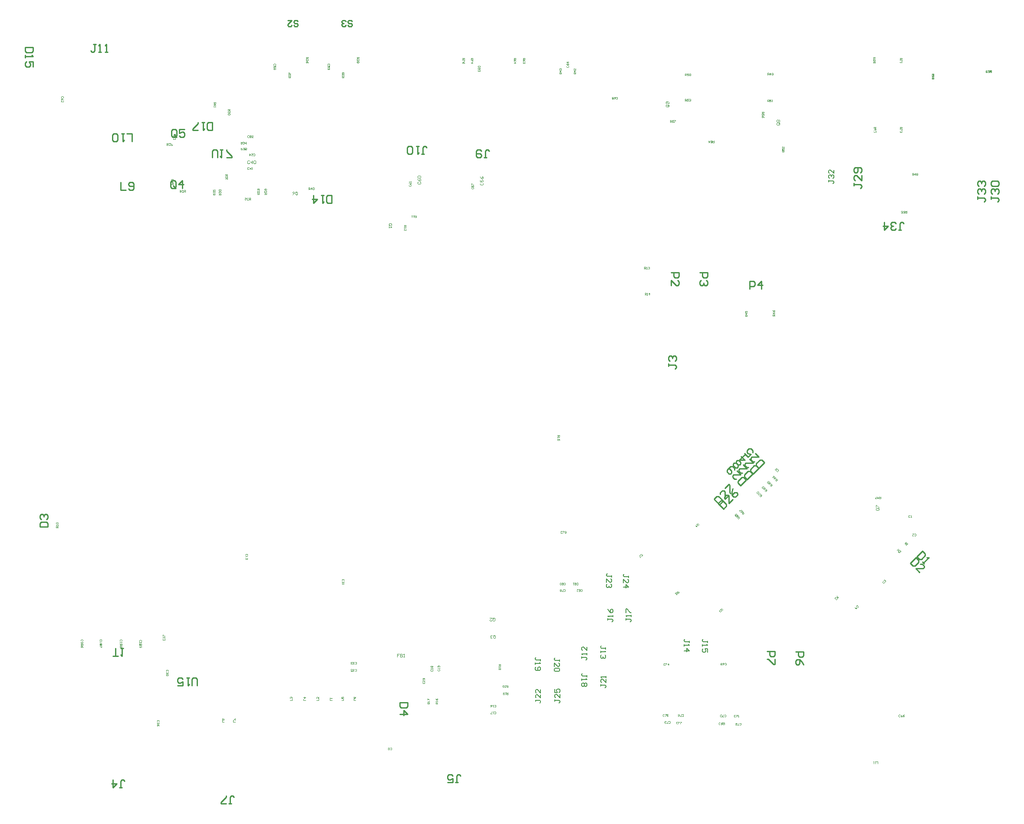
<source format=gbr>
%FSTAX23Y23*%
%MOIN*%
%SFA1B1*%

%IPPOS*%
%ADD204C,0.010000*%
%ADD205C,0.003937*%
%ADD210C,0.005906*%
%ADD310C,0.009055*%
%LNsyncbox_mechanical_29-1*%
%LPD*%
G54D204*
X01151Y05949D02*
X01131D01*
X01141*
Y05899*
X01131Y05889*
X01121*
X01111Y05899*
X01171Y05889D02*
X01191D01*
X01181*
Y05949*
X01171Y05939*
X01221Y05889D02*
X01241D01*
X01231*
Y05949*
X01221Y05939*
X06306Y01285D02*
X06366D01*
Y01255*
X06356Y01245*
X06336*
X06326Y01255*
Y01285*
X06366Y01225D02*
Y01185D01*
X06356*
X06316Y01225*
X06306*
X06525Y01283D02*
X06585D01*
Y01253*
X06575Y01243*
X06555*
X06545Y01253*
Y01283*
X06585Y01183D02*
X06575Y01203D01*
X06555Y01223*
X06535*
X06525Y01213*
Y01193*
X06535Y01183*
X06545*
X06555Y01193*
Y01223*
X0579Y04195D02*
X0585D01*
Y04165*
X0584Y04155*
X0582*
X0581Y04165*
Y04195*
X0584Y04135D02*
X0585Y04125D01*
Y04105*
X0584Y04095*
X0583*
X0582Y04105*
Y04115*
Y04105*
X0581Y04095*
X058*
X0579Y04105*
Y04125*
X058Y04135*
X05569Y04195D02*
X05629D01*
Y04165*
X05619Y04155*
X05599*
X05589Y04165*
Y04195*
X05569Y04095D02*
Y04135D01*
X05609Y04095*
X05619*
X05629Y04105*
Y04125*
X05619Y04135*
X06171Y04068D02*
Y04128D01*
X06201*
X06211Y04118*
Y04098*
X06201Y04088*
X06171*
X06261Y04068D02*
Y04128D01*
X06231Y04098*
X06271*
X05548Y03494D02*
Y03474D01*
Y03484*
X05598*
X05608Y03474*
Y03464*
X05598Y03454*
X05558Y03514D02*
X05548Y03524D01*
Y03544*
X05558Y03554*
X05568*
X05578Y03544*
Y03534*
Y03544*
X05588Y03554*
X05598*
X05608Y03544*
Y03524*
X05598Y03514*
X02046Y05077D02*
Y05127D01*
X02056Y05137*
X02076*
X02086Y05127*
Y05077*
X02106Y05137D02*
X02126D01*
X02116*
Y05077*
X02106Y05087*
X02156Y05077D02*
X02196D01*
Y05087*
X02156Y05127*
Y05137*
X01428Y05202D02*
Y05262D01*
X01388*
X01368D02*
X01348D01*
X01358*
Y05202*
X01368Y05212*
X01318D02*
X01308Y05202D01*
X01288*
X01278Y05212*
Y05252*
X01288Y05262*
X01308*
X01318Y05252*
Y05212*
X01341Y04887D02*
Y04827D01*
X01381*
X01401Y04837D02*
X01411Y04827D01*
X01431*
X01441Y04837*
Y04877*
X01431Y04887*
X01411*
X01401Y04877*
Y04867*
X01411Y04857*
X01441*
X00721Y0224D02*
X00781D01*
Y02269*
X00771Y02279*
X00731*
X00721Y02269*
Y0224*
X00731Y02299D02*
X00721Y02309D01*
Y02329*
X00731Y02339*
X00741*
X00751Y02329*
Y02319*
Y02329*
X00761Y02339*
X00771*
X00781Y02329*
Y02309*
X00771Y02299*
X06104Y02558D02*
X06147Y026D01*
X06126Y02621*
X06111*
X06083Y02593*
Y02579*
X06104Y02558*
X06076Y02671D02*
X06104Y02642D01*
X06048*
X06041Y02635*
Y02621*
X06055Y02607*
X06069*
X06055Y02678D02*
Y02692D01*
X06041Y02706*
X06027*
X05998Y02678*
Y02664*
X06012Y02649*
X06027*
X06034Y02657*
Y02671*
X06012Y02692*
X06153Y02604D02*
X06195Y02647D01*
X06174Y02668*
X0616*
X06131Y0264*
Y02626*
X06153Y02604*
X06124Y02717D02*
X06153Y02689D01*
X06096*
X06089Y02682*
Y02668*
X06103Y02654*
X06117*
X06075Y02696D02*
X06061D01*
X06047Y0271*
Y02724*
X06054Y02732*
X06068*
Y02746*
X06075Y02753*
X06089*
X06103Y02739*
Y02724*
X06096Y02717*
X06082*
Y02703*
X06075Y02696*
X06082Y02717D02*
X06068Y02732D01*
X05898Y02455D02*
X0594Y02412D01*
X05961Y02433*
Y02448*
X05933Y02476*
X05919*
X05898Y02455*
X06011Y02483D02*
X05982Y02455D01*
Y02511*
X05975Y02518*
X05961*
X05947Y02504*
Y0249*
X05982Y02539D02*
X06011Y02568D01*
X06018Y02561*
Y02504*
X06025Y02497*
X05929Y02421D02*
X05972Y02379D01*
X05993Y024*
Y02414*
X05965Y02443*
X05951*
X05929Y02421*
X06042Y0245D02*
X06014Y02421D01*
Y02478*
X06007Y02485*
X05993*
X05979Y02471*
Y02457*
X06042Y02535D02*
X06035Y02513D01*
Y02485*
X06049Y02471*
X06064*
X06078Y02485*
Y02499*
X06071Y02506*
X06057*
X06035Y02485*
X06244Y02693D02*
X06287Y02735D01*
X06266Y02756*
X06251*
X06223Y02728*
Y02714*
X06244Y02693*
X06216Y02806D02*
X06244Y02777D01*
X06188*
X06181Y0277*
Y02756*
X06195Y02742*
X06209*
X06131Y02806D02*
X0616Y02777D01*
X06181Y02799*
X0616Y02806*
X06152Y02813*
Y02827*
X06167Y02841*
X06181*
X06195Y02827*
Y02813*
X06199Y02648D02*
X06242Y0269D01*
X06221Y02711*
X06206*
X06178Y02683*
Y02669*
X06199Y02648*
X06171Y02761D02*
X06199Y02732D01*
X06143*
X06136Y02725*
Y02711*
X0615Y02697*
X06164*
X06136Y02796D02*
X06093Y02754D01*
X06136*
X06107Y02782*
X02964Y04729D02*
Y04789D01*
X02934*
X02924Y04779*
Y04739*
X02934Y04729*
X02964*
X02904Y04789D02*
X02884D01*
X02894*
Y04729*
X02904Y04739*
X02824Y04789D02*
Y04729D01*
X02854Y04759*
X02814*
X07448Y02004D02*
X07405Y01962D01*
X07426Y01941*
X07441*
X07469Y01969*
Y01983*
X07448Y02004*
X07476Y01891D02*
X07448Y0192D01*
X07504*
X07511Y01927*
Y01941*
X07497Y01955*
X07483*
X07498Y02056D02*
X07456Y02013D01*
X07477Y01992*
X07491*
X0752Y0202*
Y02034*
X07498Y02056*
Y01971D02*
X07513Y01957D01*
X07505Y01964*
X07548Y02006*
X07534*
X02045Y05289D02*
Y05349D01*
X02015*
X02005Y05339*
Y05299*
X02015Y05289*
X02045*
X01985Y05349D02*
X01965D01*
X01975*
Y05289*
X01985Y05299*
X01935Y05289D02*
X01895D01*
Y05299*
X01935Y05339*
Y05349*
X03653Y05104D02*
X03673D01*
X03663*
Y05154*
X03673Y05164*
X03683*
X03693Y05154*
X03633Y05164D02*
X03613D01*
X03623*
Y05104*
X03633Y05114*
X03583D02*
X03573Y05104D01*
X03553*
X03543Y05114*
Y05154*
X03553Y05164*
X03573*
X03583Y05154*
Y05114*
X04133Y05079D02*
X04153D01*
X04143*
Y05129*
X04153Y05139*
X04163*
X04173Y05129*
X04113D02*
X04103Y05139D01*
X04083*
X04073Y05129*
Y05089*
X04083Y05079*
X04103*
X04113Y05089*
Y05099*
X04103Y05109*
X04073*
X07317Y04521D02*
X07337D01*
X07327*
Y04571*
X07337Y04581*
X07347*
X07357Y04571*
X07297Y04531D02*
X07287Y04521D01*
X07267*
X07257Y04531*
Y04541*
X07267Y04551*
X07277*
X07267*
X07257Y04561*
Y04571*
X07267Y04581*
X07287*
X07297Y04571*
X07207Y04581D02*
Y04521D01*
X07237Y04551*
X07197*
X07921Y04777D02*
Y04757D01*
Y04767*
X07971*
X07981Y04757*
Y04747*
X07971Y04737*
X07931Y04797D02*
X07921Y04807D01*
Y04827*
X07931Y04837*
X07941*
X07951Y04827*
Y04817*
Y04827*
X07961Y04837*
X07971*
X07981Y04827*
Y04807*
X07971Y04797*
X07931Y04857D02*
X07921Y04867D01*
Y04887*
X07931Y04897*
X07941*
X07951Y04887*
Y04877*
Y04887*
X07961Y04897*
X07971*
X07981Y04887*
Y04867*
X07971Y04857*
X08026Y04777D02*
Y04757D01*
Y04767*
X08076*
X08086Y04757*
Y04747*
X08076Y04737*
X08036Y04797D02*
X08026Y04807D01*
Y04827*
X08036Y04837*
X08046*
X08056Y04827*
Y04817*
Y04827*
X08066Y04837*
X08076*
X08086Y04827*
Y04807*
X08076Y04797*
X08036Y04857D02*
X08026Y04867D01*
Y04887*
X08036Y04897*
X08076*
X08086Y04887*
Y04867*
X08076Y04857*
X08036*
X06971Y04882D02*
Y04862D01*
Y04872*
X07021*
X07031Y04862*
Y04852*
X07021Y04842*
X07031Y04942D02*
Y04902D01*
X06991Y04942*
X06981*
X06971Y04932*
Y04912*
X06981Y04902*
X07021Y04962D02*
X07031Y04972D01*
Y04992*
X07021Y05002*
X06981*
X06971Y04992*
Y04972*
X06981Y04962*
X06991*
X07001Y04972*
Y05002*
X01928Y01021D02*
Y01071D01*
X01918Y01081*
X01898*
X01888Y01071*
Y01021*
X01868Y01081D02*
X01848D01*
X01858*
Y01021*
X01868Y01031*
X01778Y01021D02*
X01818D01*
Y01051*
X01798Y01041*
X01788*
X01778Y01051*
Y01071*
X01788Y01081*
X01808*
X01818Y01071*
X01771Y05246D02*
Y05286D01*
X01761Y05296*
X01741*
X01731Y05286*
Y05246*
X01741Y05236*
X01761*
X01751Y05256D02*
X01771Y05236D01*
X01761D02*
X01771Y05246D01*
X01831Y05296D02*
X01791D01*
Y05266*
X01811Y05276*
X01821*
X01831Y05266*
Y05246*
X01821Y05236*
X01801*
X01791Y05246*
X01766Y04851D02*
Y04891D01*
X01756Y04901*
X01736*
X01726Y04891*
Y04851*
X01736Y04841*
X01756*
X01746Y04861D02*
X01766Y04841D01*
X01756D02*
X01766Y04851D01*
X01816Y04841D02*
Y04901D01*
X01786Y04871*
X01826*
X01334Y00237D02*
X01354D01*
X01344*
Y00287*
X01354Y00297*
X01364*
X01374Y00287*
X01284Y00297D02*
Y00237D01*
X01314Y00267*
X01274*
X01284Y01247D02*
X01324D01*
X01304*
Y01307*
X01344D02*
X01364D01*
X01354*
Y01247*
X01344Y01257*
X02174Y00114D02*
X02194D01*
X02184*
Y00164*
X02194Y00174*
X02204*
X02214Y00164*
X02154Y00114D02*
X02114D01*
Y00124*
X02154Y00164*
Y00174*
X03914Y00277D02*
X03934D01*
X03924*
Y00327*
X03934Y00337*
X03944*
X03954Y00327*
X03854Y00277D02*
X03894D01*
Y00307*
X03874Y00297*
X03864*
X03854Y00307*
Y00327*
X03864Y00337*
X03884*
X03894Y00327*
X00668Y05926D02*
X00608D01*
Y05896*
X00618Y05886*
X00658*
X00668Y05896*
Y05926*
X00608Y05866D02*
Y05846D01*
Y05856*
X00668*
X00658Y05866*
X00668Y05776D02*
Y05816D01*
X00638*
X00648Y05796*
Y05786*
X00638Y05776*
X00618*
X00608Y05786*
Y05806*
X00618Y05816*
X03547Y00891D02*
X03487D01*
Y00861*
X03497Y00851*
X03537*
X03547Y00861*
Y00891*
X03487Y00801D02*
X03547D01*
X03517Y00831*
Y00791*
G54D205*
X05547Y05483D02*
X05532D01*
X05528Y0548*
Y05472*
X05532Y05468*
X05547*
X05551Y05472*
Y0548*
X05543Y05476D02*
X05551Y05483D01*
Y0548D02*
X05547Y05483D01*
Y05491D02*
X05551Y05495D01*
Y05503*
X05547Y05507*
X05532*
X05528Y05503*
Y05495*
X05532Y05491*
X05536*
X0554Y05495*
Y05507*
X03405Y04555D02*
X0342D01*
X03424Y04558*
Y04566*
X0342Y0457*
X03405*
X03401Y04566*
Y04558*
X03409Y04562D02*
X03401Y04555D01*
Y04558D02*
X03405Y04555D01*
X03401Y04547D02*
Y04539D01*
Y04543*
X03424*
X0342Y04547*
X064Y05344D02*
X06384D01*
X0638Y0534*
Y05332*
X06384Y05328*
X064*
X06404Y05332*
Y0534*
X06396Y05336D02*
X06404Y05344D01*
Y0534D02*
X064Y05344D01*
X06384Y05352D02*
X0638Y05356D01*
Y05364*
X06384Y05368*
X06388*
X06392Y05364*
X06396Y05368*
X064*
X06404Y05364*
Y05356*
X064Y05352*
X06396*
X06392Y05356*
X06388Y05352*
X06384*
X06392Y05356D02*
Y05364D01*
X07162Y02384D02*
X07147D01*
X07143Y02381*
Y02373*
X07147Y02369*
X07162*
X07166Y02373*
Y02381*
X07158Y02377D02*
X07166Y02384D01*
Y02381D02*
X07162Y02384D01*
X07143Y02392D02*
Y02408D01*
X07147*
X07162Y02392*
X07166*
X02685Y04812D02*
Y04797D01*
X02688Y04793*
X02696*
X027Y04797*
Y04812*
X02696Y04816*
X02688*
X02692Y04808D02*
X02685Y04816D01*
X02688D02*
X02685Y04812D01*
X02661Y04793D02*
X02669Y04797D01*
X02677Y04805*
Y04812*
X02673Y04816*
X02665*
X02661Y04812*
Y04808*
X02665Y04805*
X02677*
X04205Y01404D02*
Y01388D01*
X04208Y01384*
X04216*
X0422Y01388*
Y01404*
X04216Y01408*
X04208*
X04212Y014D02*
X04205Y01408D01*
X04208D02*
X04205Y01404D01*
X04197Y01388D02*
X04193Y01384D01*
X04185*
X04181Y01388*
Y01392*
X04185Y01396*
X04189*
X04185*
X04181Y014*
Y01404*
X04185Y01408*
X04193*
X04197Y01404*
X04199Y01536D02*
Y01521D01*
X04203Y01517*
X04211*
X04215Y01521*
Y01536*
X04211Y0154*
X04203*
X04207Y01532D02*
X04199Y0154D01*
X04203D02*
X04199Y01536D01*
X04175Y0154D02*
X04191D01*
X04175Y01524*
Y01521*
X04179Y01517*
X04187*
X04191Y01521*
X07156Y00423D02*
Y00438D01*
X07146*
X07141D02*
X07135D01*
X07138*
Y00423*
X07141Y00425*
X07127Y00438D02*
X07122D01*
X07125*
Y00423*
X07127Y00425*
X02136Y0074D02*
X02121D01*
Y00751*
X02134Y00756D02*
X02136Y00759D01*
Y00764*
X02134Y00767*
X02131*
X02128Y00764*
X02126Y00767*
X02123*
X02121Y00764*
Y00759*
X02123Y00756*
X02126*
X02128Y00759*
X02131Y00756*
X02134*
X02128Y00759D02*
Y00764D01*
X02221Y0074D02*
X02206D01*
Y00751*
X02221Y00756D02*
Y00767D01*
X02219*
X02208Y00756*
X02206*
X03146Y00908D02*
X03131D01*
Y00918*
X03146Y00934D02*
X03144Y00929D01*
X03138Y00923*
X03133*
X03131Y00926*
Y00931*
X03133Y00934*
X03136*
X03138Y00931*
Y00923*
X03038Y00908D02*
X03054D01*
Y00918*
X03038Y00934D02*
Y00923D01*
X03046*
X03044Y00929*
Y00931*
X03046Y00934*
X03052*
X03054Y00931*
Y00926*
X03052Y00923*
X02761Y00908D02*
X02746D01*
Y00918*
Y00931D02*
X02761D01*
X02753Y00923*
Y00934*
X02643Y00908D02*
X02658D01*
Y00918*
X02645Y00923D02*
X02643Y00926D01*
Y00931*
X02645Y00934*
X02648*
X02651Y00931*
Y00929*
Y00931*
X02653Y00934*
X02656*
X02658Y00931*
Y00926*
X02656Y00923*
X02847Y00908D02*
X02863D01*
Y00918*
Y00934D02*
Y00923D01*
X02852Y00934*
X0285*
X02847Y00931*
Y00926*
X0285Y00923*
X02966Y00908D02*
X0295D01*
Y00918*
Y00923D02*
Y00929D01*
Y00926*
X02966*
X02963Y00923*
X04245Y01184D02*
X0426D01*
Y01176*
X04258Y01174*
X04252*
X0425Y01176*
Y01184*
Y01179D02*
X04245Y01174D01*
Y01168D02*
Y01163D01*
Y01166*
X0426*
X04258Y01168*
Y01155D02*
X0426Y01153D01*
Y01148*
X04258Y01145*
X04255*
X04252Y01148*
X0425Y01145*
X04247*
X04245Y01148*
Y01153*
X04247Y01155*
X0425*
X04252Y01153*
X04255Y01155*
X04258*
X04252Y01153D02*
Y01148D01*
X03713Y00881D02*
X03698D01*
Y00889*
X037Y00891*
X03706*
X03708Y00889*
Y00881*
Y00886D02*
X03713Y00891D01*
Y00897D02*
Y00902D01*
Y00899*
X03698*
X037Y00897*
X03698Y0091D02*
Y0092D01*
X037*
X03711Y0091*
X03713*
X03777Y00882D02*
X03762D01*
Y0089*
X03764Y00892*
X0377*
X03772Y0089*
Y00882*
Y00887D02*
X03777Y00892D01*
Y00898D02*
Y00903D01*
Y009*
X03762*
X03764Y00898*
X03762Y00921D02*
X03764Y00916D01*
X0377Y00911*
X03775*
X03777Y00913*
Y00918*
X03775Y00921*
X03772*
X0377Y00918*
Y00911*
X04696Y02945D02*
X04711D01*
Y02937*
X04709Y02935*
X04703*
X04701Y02937*
Y02945*
Y0294D02*
X04696Y02935D01*
Y02929D02*
Y02924D01*
Y02927*
X04711*
X04709Y02929*
X04711Y02906D02*
Y02916D01*
X04703*
X04706Y02911*
Y02909*
X04703Y02906*
X04698*
X04696Y02909*
Y02914*
X04698Y02916*
X05368Y04023D02*
Y04038D01*
X05376*
X05378Y04036*
Y0403*
X05376Y04028*
X05368*
X05373D02*
X05378Y04023D01*
X05384D02*
X05389D01*
X05386*
Y04038*
X05384Y04036*
X05404Y04023D02*
Y04038D01*
X05397Y0403*
X05407*
X05364Y04223D02*
Y04238D01*
X05372*
X05374Y04236*
Y0423*
X05372Y04228*
X05364*
X05369D02*
X05374Y04223D01*
X0538D02*
X05385D01*
X05382*
Y04238*
X0538Y04236*
X05393D02*
X05395Y04238D01*
X054*
X05403Y04236*
Y04233*
X054Y0423*
X05398*
X054*
X05403Y04228*
Y04225*
X054Y04223*
X05395*
X05393Y04225*
X03518Y04557D02*
X03533D01*
Y04549*
X03531Y04547*
X03525*
X03523Y04549*
Y04557*
Y04552D02*
X03518Y04547D01*
Y04541D02*
Y04536D01*
Y04539*
X03533*
X03531Y04541*
X03518Y04518D02*
Y04528D01*
X03528Y04518*
X03531*
X03533Y04521*
Y04526*
X03531Y04528*
X03611Y04633D02*
Y04618D01*
X03603*
X036Y0462*
Y04626*
X03603Y04628*
X03611*
X03606D02*
X036Y04633D01*
X03595D02*
X0359D01*
X03593*
Y04618*
X03595Y0462*
X03582Y04633D02*
X03577D01*
X03579*
Y04618*
X03582Y0462*
X05611Y01719D02*
X056Y0173D01*
X05606Y01736*
X0561*
X05613Y01732*
Y01729*
X05608Y01723*
X05611Y01727D02*
X05619D01*
Y01749D02*
X05611Y01742D01*
X05617Y01736*
X05619Y01742*
X05621Y01743*
X05624*
X05628Y0174*
Y01736*
X05624Y01732*
X05621*
X05772Y02269D02*
X05783Y02258D01*
X05777Y02252*
X05773*
X0577Y02256*
Y02259*
X05775Y02265*
X05772Y02261D02*
X05764D01*
X05755Y02252D02*
X05766Y02241D01*
Y02252*
X05759Y02245*
X03967Y05843D02*
X03982D01*
Y05835*
X0398Y05833*
X03974*
X03972Y05835*
Y05843*
Y05838D02*
X03967Y05833D01*
X03982Y05827D02*
Y05817D01*
X0398*
X03969Y05827*
X03967*
X03982Y05801D02*
X0398Y05807D01*
X03974Y05812*
X03969*
X03967Y05809*
Y05804*
X03969Y05801*
X03972*
X03974Y05804*
Y05812*
X07572Y05681D02*
X07587D01*
Y05689*
X07585Y05692*
X07579*
X07577Y05689*
Y05681*
Y05686D02*
X07572Y05692D01*
X07587Y05697D02*
Y05707D01*
X07585*
X07574Y05697*
X07572*
X07587Y05723D02*
Y05713D01*
X07579*
X07582Y05718*
Y0572*
X07579Y05723*
X07574*
X07572Y0572*
Y05715*
X07574Y05713*
X04032Y05843D02*
X04047D01*
Y05835*
X04045Y05832*
X04039*
X04037Y05835*
Y05843*
Y05838D02*
X04032Y05832D01*
X04047Y05827D02*
Y05817D01*
X04045*
X04034Y05827*
X04032*
Y05804D02*
X04047D01*
X04039Y05811*
Y05801*
X07327Y05313D02*
X07342D01*
Y05305*
X0734Y05303*
X07334*
X07332Y05305*
Y05313*
Y05308D02*
X07327Y05303D01*
X07342Y05297D02*
Y05287D01*
X0734*
X07329Y05297*
X07327*
X0734Y05282D02*
X07342Y05279D01*
Y05274*
X0734Y05271*
X07337*
X07334Y05274*
Y05277*
Y05274*
X07332Y05271*
X07329*
X07327Y05274*
Y05279*
X07329Y05282*
X08028Y05732D02*
Y05747D01*
X0802*
X08017Y05745*
Y05739*
X0802Y05737*
X08028*
X08023D02*
X08017Y05732D01*
X08012Y05747D02*
X08002D01*
Y05745*
X08012Y05734*
Y05732*
X07986D02*
X07996D01*
X07986Y05742*
Y05745*
X07989Y05747*
X07994*
X07996Y05745*
X07327Y05843D02*
X07342D01*
Y05835*
X0734Y05833*
X07334*
X07332Y05835*
Y05843*
Y05838D02*
X07327Y05833D01*
X07342Y05827D02*
Y05817D01*
X0734*
X07329Y05827*
X07327*
Y05812D02*
Y05807D01*
Y05809*
X07342*
X0734Y05812*
X06266Y02484D02*
X06255Y02473D01*
X06249Y02479*
Y02483*
X06253Y02486*
X06256*
X06262Y02481*
X06258Y02484D02*
Y02492D01*
X06243Y02484D02*
X06236Y02492D01*
X06238Y02494*
X06253*
X06255Y02496*
X06234Y02497D02*
X0623D01*
X06227Y02501*
Y02505*
X06234Y02512*
X06238*
X06242Y02509*
Y02505*
X06234Y02497*
X06306Y02524D02*
X06295Y02513D01*
X06289Y02519*
Y02523*
X06293Y02526*
X06296*
X06302Y02521*
X06298Y02524D02*
Y02532D01*
X06276D02*
X06282Y0253D01*
X06289*
X06293Y02534*
Y02537*
X06289Y02541*
X06285*
X06283Y02539*
X06283Y02536*
X06289Y0253*
X06282Y02545D02*
Y02549D01*
X06278Y02552*
X06274*
X06267Y02545*
Y02541*
X0627Y02537*
X06274*
X06276Y02539*
Y02543*
X0627Y02549*
X06097Y02313D02*
X06086Y02302D01*
X0608Y02308*
Y02311*
X06084Y02315*
X06088*
X06093Y0231*
X06089Y02313D02*
Y02321D01*
X06067D02*
X06073Y02319D01*
X0608*
X06084Y02323*
Y02326*
X0608Y0233*
X06076*
X06075Y02328*
Y02324*
X0608Y02319*
X06065Y02326D02*
X06062D01*
X06058Y0233*
Y02334*
X0606Y02336*
X06063*
Y02339*
X06065Y02341*
X06069*
X06073Y02337*
Y02334*
X06071Y02332*
X06067*
Y02328*
X06065Y02326*
X06067Y02332D02*
X06063Y02336D01*
X06132Y02348D02*
X06121Y02337D01*
X06115Y02343*
Y02346*
X06119Y0235*
X06123*
X06128Y02345*
X06124Y02348D02*
Y02356D01*
X06102D02*
X06108Y02354D01*
X06115*
X06119Y02358*
Y02361*
X06115Y02365*
X06111*
X0611Y02363*
Y02359*
X06115Y02354*
X06098Y02359D02*
X06091Y02367D01*
X06093Y02369*
X06108*
X0611Y02371*
X06386Y02604D02*
X06375Y02593D01*
X06369Y02599*
Y02603*
X06373Y02606*
X06376*
X06382Y02601*
X06378Y02604D02*
Y02612D01*
X06356D02*
X06362Y0261D01*
X06369*
X06373Y02614*
Y02617*
X06369Y02621*
X06365*
X06363Y02619*
X06363Y02616*
X06369Y0261*
X06345Y02623D02*
X0635Y02621D01*
X06358*
X06362Y02625*
Y02629*
X06358Y02632*
X06354*
X06352Y0263*
Y02627*
X06358Y02621*
X06346Y02564D02*
X06335Y02553D01*
X06329Y02559*
Y02563*
X06333Y02566*
X06336*
X06342Y02561*
X06338Y02564D02*
Y02572D01*
X06316D02*
X06322Y0257D01*
X06329*
X06333Y02574*
Y02577*
X06329Y02581*
X06325*
X06323Y02579*
X06323Y02576*
X06329Y0257*
X06305Y02583D02*
X06312Y02576D01*
X06318Y02581*
X06312Y02583*
X0631Y02585*
Y02589*
X06314Y02592*
X06318*
X06322Y02589*
Y02585*
X04362Y05843D02*
X04377D01*
Y05835*
X04375Y05833*
X04369*
X04367Y05835*
Y05843*
Y05838D02*
X04362Y05833D01*
X04377Y05817D02*
X04375Y05822D01*
X04369Y05827*
X04364*
X04362Y05825*
Y0582*
X04364Y05817*
X04367*
X04369Y0582*
Y05827*
X04362Y05804D02*
X04377D01*
X04369Y05812*
Y05801*
X07587Y05681D02*
X07572D01*
Y05689*
X07574Y05691*
X0758*
X07582Y05689*
Y05681*
Y05686D02*
X07587Y05691D01*
X07572Y05707D02*
X07574Y05702D01*
X0758Y05697*
X07585*
X07587Y05699*
Y05704*
X07585Y05707*
X07582*
X0758Y05704*
Y05697*
X07587Y05712D02*
Y05717D01*
Y05715*
X07572*
X07574Y05712*
X07142Y05313D02*
X07127D01*
Y05305*
X07129Y05303*
X07135*
X07137Y05305*
Y05313*
Y05308D02*
X07142Y05303D01*
X07127Y05287D02*
X07129Y05292D01*
X07135Y05297*
X0714*
X07142Y05295*
Y0529*
X0714Y05287*
X07137*
X07135Y0529*
Y05297*
X07142Y05271D02*
Y05282D01*
X07132Y05271*
X07129*
X07127Y05274*
Y05279*
X07129Y05282*
X04432Y05843D02*
X04447D01*
Y05835*
X04445Y05833*
X04439*
X04437Y05835*
Y05843*
Y05838D02*
X04432Y05833D01*
X04447Y05817D02*
X04445Y05822D01*
X04439Y05827*
X04434*
X04432Y05825*
Y0582*
X04434Y05817*
X04437*
X04439Y0582*
Y05827*
X04445Y05812D02*
X04447Y05809D01*
Y05804*
X04445Y05801*
X04442*
X04439Y05804*
Y05807*
Y05804*
X04437Y05801*
X04434*
X04432Y05804*
Y05809*
X04434Y05812*
X08029Y05747D02*
Y05732D01*
X08021*
X08018Y05734*
Y0574*
X08021Y05742*
X08029*
X08023D02*
X08018Y05747D01*
X08002Y05732D02*
X08013D01*
Y0574*
X08008Y05737*
X08005*
X08002Y0574*
Y05745*
X08005Y05747*
X0801*
X08013Y05745*
X07997D02*
X07994Y05747D01*
X07989*
X07987Y05745*
Y05734*
X07989Y05732*
X07994*
X07997Y05734*
Y05737*
X07994Y0574*
X07987*
X07137Y05848D02*
X07122D01*
Y0584*
X07124Y05837*
X0713*
X07132Y0584*
Y05848*
Y05843D02*
X07137Y05837D01*
X07122Y05822D02*
Y05832D01*
X0713*
X07127Y05827*
Y05824*
X0713Y05822*
X07135*
X07137Y05824*
Y0583*
X07135Y05832*
X07124Y05816D02*
X07122Y05814D01*
Y05809*
X07124Y05806*
X07127*
X0713Y05809*
X07132Y05806*
X07135*
X07137Y05809*
Y05814*
X07135Y05816*
X07132*
X0713Y05814*
X07127Y05816*
X07124*
X0713Y05814D02*
Y05809D01*
X05562Y05349D02*
Y05364D01*
X0557*
X05572Y05362*
Y05356*
X0557Y05354*
X05562*
X05567D02*
X05572Y05349D01*
X05588Y05364D02*
X05578D01*
Y05356*
X05583Y05359*
X05585*
X05588Y05356*
Y05351*
X05585Y05349*
X0558*
X05578Y05351*
X05593Y05364D02*
X05604D01*
Y05362*
X05593Y05351*
Y05349*
X06267Y05428D02*
X06282D01*
Y0542*
X0628Y05418*
X06274*
X06272Y0542*
Y05428*
Y05423D02*
X06267Y05418D01*
X06282Y05402D02*
Y05412D01*
X06274*
X06277Y05407*
Y05405*
X06274Y05402*
X06269*
X06267Y05405*
Y0541*
X06269Y05412*
X06282Y05386D02*
X0628Y05392D01*
X06274Y05397*
X06269*
X06267Y05394*
Y05389*
X06269Y05386*
X06272*
X06274Y05389*
Y05397*
X07378Y04667D02*
Y04652D01*
X0737*
X07368Y04654*
Y0466*
X0737Y04662*
X07378*
X07373D02*
X07368Y04667D01*
X07352Y04652D02*
X07362D01*
Y0466*
X07357Y04657*
X07355*
X07352Y0466*
Y04665*
X07355Y04667*
X0736*
X07362Y04665*
X07336Y04652D02*
X07347D01*
Y0466*
X07342Y04657*
X07339*
X07336Y0466*
Y04665*
X07339Y04667*
X07344*
X07347Y04665*
X05898Y05207D02*
Y05192D01*
X0589*
X05887Y05194*
Y052*
X0589Y05202*
X05898*
X05893D02*
X05887Y05207D01*
X05872Y05192D02*
X05882D01*
Y052*
X05877Y05197*
X05874*
X05872Y052*
Y05205*
X05874Y05207*
X0588*
X05882Y05205*
X05859Y05207D02*
Y05192D01*
X05866Y052*
X05856*
X05676Y05512D02*
Y05527D01*
X05684*
X05686Y05525*
Y05519*
X05684Y05517*
X05676*
X05681D02*
X05686Y05512D01*
X05702Y05527D02*
X05692D01*
Y05519*
X05697Y05522*
X05699*
X05702Y05519*
Y05514*
X05699Y05512*
X05694*
X05692Y05514*
X05707Y05525D02*
X0571Y05527D01*
X05715*
X05718Y05525*
Y05522*
X05715Y05519*
X05712*
X05715*
X05718Y05517*
Y05514*
X05715Y05512*
X0571*
X05707Y05514*
X06437Y0512D02*
X06422D01*
Y05128*
X06424Y05131*
X0643*
X06432Y05128*
Y0512*
Y05126D02*
X06437Y05131D01*
X06422Y05147D02*
Y05136D01*
X0643*
X06427Y05141*
Y05144*
X0643Y05147*
X06435*
X06437Y05144*
Y05139*
X06435Y05136*
X06437Y05162D02*
Y05152D01*
X06427Y05162*
X06424*
X06422Y0516*
Y05155*
X06424Y05152*
X0631Y05507D02*
Y05522D01*
X06318*
X06321Y0552*
Y05514*
X06318Y05512*
X0631*
X06316D02*
X06321Y05507D01*
X06337Y05522D02*
X06326D01*
Y05514*
X06331Y05517*
X06334*
X06337Y05514*
Y05509*
X06334Y05507*
X06329*
X06326Y05509*
X06342Y05507D02*
X06347D01*
X06345*
Y05522*
X06342Y0552*
X05676Y05707D02*
Y05722D01*
X05684*
X05687Y0572*
Y05714*
X05684Y05712*
X05676*
X05681D02*
X05687Y05707D01*
X05702Y05722D02*
X05692D01*
Y05714*
X05697Y05717*
X057*
X05702Y05714*
Y05709*
X057Y05707*
X05694*
X05692Y05709*
X05708Y0572D02*
X0571Y05722D01*
X05715*
X05718Y0572*
Y05709*
X05715Y05707*
X0571*
X05708Y05709*
Y0572*
X0631Y05712D02*
Y05727D01*
X06318*
X06321Y05725*
Y05719*
X06318Y05717*
X0631*
X06316D02*
X06321Y05712D01*
X06334D02*
Y05727D01*
X06326Y05719*
X06337*
X06342Y05714D02*
X06345Y05712D01*
X0635*
X06352Y05714*
Y05725*
X0635Y05727*
X06345*
X06342Y05725*
Y05722*
X06345Y05719*
X06352*
X07421Y04942D02*
Y04957D01*
X07429*
X07432Y04955*
Y04949*
X07429Y04947*
X07421*
X07426D02*
X07432Y04942D01*
X07445D02*
Y04957D01*
X07437Y04949*
X07447*
X07453Y04955D02*
X07455Y04957D01*
X0746*
X07463Y04955*
Y04952*
X0746Y04949*
X07463Y04947*
Y04944*
X0746Y04942*
X07455*
X07453Y04944*
Y04947*
X07455Y04949*
X07453Y04952*
Y04955*
X07455Y04949D02*
X0746D01*
X07178Y02472D02*
Y02457D01*
X0717*
X07167Y02459*
Y02465*
X0717Y02467*
X07178*
X07173D02*
X07167Y02472D01*
X07154D02*
Y02457D01*
X07162Y02465*
X07152*
X07146Y02457D02*
X07136D01*
Y02459*
X07146Y0247*
Y02472*
X04727Y0572D02*
X04712D01*
Y05728*
X04714Y05731*
X0472*
X04722Y05728*
Y0572*
Y05726D02*
X04727Y05731D01*
Y05744D02*
X04712D01*
X0472Y05736*
Y05747*
X04714Y05752D02*
X04712Y05755D01*
Y0576*
X04714Y05762*
X04717*
X0472Y0576*
Y05757*
Y0576*
X04722Y05762*
X04725*
X04727Y0576*
Y05755*
X04725Y05752*
X06365Y03863D02*
X0635D01*
Y03871*
X06352Y03873*
X06358*
X0636Y03871*
Y03863*
Y03868D02*
X06365Y03873D01*
Y03886D02*
X0635D01*
X06358Y03879*
Y03889*
X0635Y03905D02*
X06352Y03899D01*
X06358Y03894*
X06363*
X06365Y03897*
Y03902*
X06363Y03905*
X0636*
X06358Y03902*
Y03894*
X06153Y03857D02*
X06138D01*
Y03865*
X0614Y03867*
X06146*
X06148Y03865*
Y03857*
Y03862D02*
X06153Y03867D01*
Y0388D02*
X06138D01*
X06146Y03873*
Y03883*
X06138Y03899D02*
Y03888D01*
X06146*
X06143Y03893*
Y03896*
X06146Y03899*
X06151*
X06153Y03896*
Y03891*
X06151Y03888*
X04837Y0572D02*
X04822D01*
Y05728*
X04824Y05731*
X0483*
X04832Y05728*
Y0572*
Y05726D02*
X04837Y05731D01*
Y05744D02*
X04822D01*
X0483Y05736*
Y05747*
X04837Y05762D02*
Y05752D01*
X04827Y05762*
X04824*
X04822Y0576*
Y05755*
X04824Y05752*
X02786Y04832D02*
Y04847D01*
X02794*
X02797Y04845*
Y04839*
X02794Y04837*
X02786*
X02791D02*
X02797Y04832D01*
X0281D02*
Y04847D01*
X02802Y04839*
X02812*
X02818Y04845D02*
X0282Y04847D01*
X02825*
X02828Y04845*
Y04834*
X02825Y04832*
X0282*
X02818Y04834*
Y04845*
X03057Y0569D02*
X03042D01*
Y05698*
X03044Y05701*
X0305*
X03052Y05698*
Y0569*
Y05696D02*
X03057Y05701D01*
X03044Y05706D02*
X03042Y05709D01*
Y05714*
X03044Y05717*
X03047*
X0305Y05714*
Y05711*
Y05714*
X03052Y05717*
X03055*
X03057Y05714*
Y05709*
X03055Y05706*
Y05722D02*
X03057Y05725D01*
Y0573*
X03055Y05732*
X03044*
X03042Y0573*
Y05725*
X03044Y05722*
X03047*
X0305Y05725*
Y05732*
X03157Y05848D02*
X03172D01*
Y0584*
X0317Y05837*
X03164*
X03162Y0584*
Y05848*
Y05843D02*
X03157Y05837D01*
X0317Y05832D02*
X03172Y0583D01*
Y05824*
X0317Y05822*
X03167*
X03164Y05824*
Y05827*
Y05824*
X03162Y05822*
X03159*
X03157Y05824*
Y0583*
X03159Y05832*
X0317Y05816D02*
X03172Y05814D01*
Y05809*
X0317Y05806*
X03167*
X03164Y05809*
X03162Y05806*
X03159*
X03157Y05809*
Y05814*
X03159Y05816*
X03162*
X03164Y05814*
X03167Y05816*
X0317*
X03164Y05814D02*
Y05809D01*
X02647Y0569D02*
X02632D01*
Y05698*
X02634Y05701*
X0264*
X02642Y05698*
Y0569*
Y05696D02*
X02647Y05701D01*
X02634Y05706D02*
X02632Y05709D01*
Y05714*
X02634Y05717*
X02637*
X0264Y05714*
Y05711*
Y05714*
X02642Y05717*
X02645*
X02647Y05714*
Y05709*
X02645Y05706*
X02632Y05722D02*
Y05732D01*
X02634*
X02645Y05722*
X02647*
X02767Y05848D02*
X02782D01*
Y0584*
X0278Y05837*
X02774*
X02772Y0584*
Y05848*
Y05843D02*
X02767Y05837D01*
X0278Y05832D02*
X02782Y0583D01*
Y05824*
X0278Y05822*
X02777*
X02774Y05824*
Y05827*
Y05824*
X02772Y05822*
X02769*
X02767Y05824*
Y0583*
X02769Y05832*
X02782Y05806D02*
X0278Y05811D01*
X02774Y05816*
X02769*
X02767Y05814*
Y05809*
X02769Y05806*
X02772*
X02774Y05809*
Y05816*
X02266Y05152D02*
Y05137D01*
X02274*
X02276Y05139*
Y05145*
X02274Y05147*
X02266*
X02271D02*
X02276Y05152D01*
X02282Y05139D02*
X02284Y05137D01*
X02289*
X02292Y05139*
Y05142*
X02289Y05145*
X02287*
X02289*
X02292Y05147*
Y0515*
X02289Y05152*
X02284*
X02282Y0515*
X02308Y05137D02*
X02297D01*
Y05145*
X02302Y05142*
X02305*
X02308Y05145*
Y0515*
X02305Y05152*
X023*
X02297Y0515*
X02265Y05197D02*
Y05182D01*
X02273*
X02276Y05184*
Y0519*
X02273Y05192*
X02265*
X02271D02*
X02276Y05197D01*
X02281Y05184D02*
X02284Y05182D01*
X02289*
X02292Y05184*
Y05187*
X02289Y0519*
X02286*
X02289*
X02292Y05192*
Y05195*
X02289Y05197*
X02284*
X02281Y05195*
X02305Y05197D02*
Y05182D01*
X02297Y0519*
X02307*
X02097Y04791D02*
X02112D01*
Y04799*
X0211Y04802*
X02104*
X02102Y04799*
Y04791*
Y04796D02*
X02097Y04802D01*
X0211Y04807D02*
X02112Y04809D01*
Y04815*
X0211Y04817*
X02107*
X02104Y04815*
Y04812*
Y04815*
X02102Y04817*
X02099*
X02097Y04815*
Y04809*
X02099Y04807*
X0211Y04823D02*
X02112Y04825D01*
Y0483*
X0211Y04833*
X02107*
X02104Y0483*
Y04828*
Y0483*
X02102Y04833*
X02099*
X02097Y0483*
Y04825*
X02099Y04823*
X02052Y04791D02*
X02067D01*
Y04799*
X02065Y04802*
X02059*
X02057Y04799*
Y04791*
Y04796D02*
X02052Y04802D01*
X02065Y04807D02*
X02067Y04809D01*
Y04815*
X02065Y04817*
X02062*
X02059Y04815*
Y04812*
Y04815*
X02057Y04817*
X02054*
X02052Y04815*
Y04809*
X02054Y04807*
X02052Y04833D02*
Y04823D01*
X02062Y04833*
X02065*
X02067Y0483*
Y04825*
X02065Y04823*
X02162Y04949D02*
X02147D01*
Y04941*
X02149Y04938*
X02155*
X02157Y04941*
Y04949*
Y04943D02*
X02162Y04938D01*
X02149Y04933D02*
X02147Y0493D01*
Y04925*
X02149Y04922*
X02152*
X02155Y04925*
Y04928*
Y04925*
X02157Y04922*
X0216*
X02162Y04925*
Y0493*
X0216Y04933*
X02162Y04917D02*
Y04912D01*
Y04914*
X02147*
X02149Y04917*
X02182Y05448D02*
X02167D01*
Y0544*
X02169Y05437*
X02175*
X02177Y0544*
Y05448*
Y05443D02*
X02182Y05437D01*
X02169Y05432D02*
X02167Y0543D01*
Y05424*
X02169Y05422*
X02172*
X02175Y05424*
Y05427*
Y05424*
X02177Y05422*
X0218*
X02182Y05424*
Y0543*
X0218Y05432*
X02169Y05416D02*
X02167Y05414D01*
Y05409*
X02169Y05406*
X0218*
X02182Y05409*
Y05414*
X0218Y05416*
X02169*
X02392Y04796D02*
X02407D01*
Y04804*
X02405Y04807*
X02399*
X02397Y04804*
Y04796*
Y04801D02*
X02392Y04807D01*
Y04822D02*
Y04812D01*
X02402Y04822*
X02405*
X02407Y0482*
Y04814*
X02405Y04812*
X02394Y04828D02*
X02392Y0483D01*
Y04835*
X02394Y04838*
X02405*
X02407Y04835*
Y0483*
X02405Y04828*
X02402*
X02399Y0483*
Y04838*
X02447Y04796D02*
X02462D01*
Y04804*
X0246Y04807*
X02454*
X02452Y04804*
Y04796*
Y04801D02*
X02447Y04807D01*
Y04822D02*
Y04812D01*
X02457Y04822*
X0246*
X02462Y0482*
Y04814*
X0246Y04812*
Y04828D02*
X02462Y0483D01*
Y04835*
X0246Y04838*
X02457*
X02454Y04835*
X02452Y04838*
X02449*
X02447Y04835*
Y0483*
X02449Y04828*
X02452*
X02454Y0483*
X02457Y04828*
X0246*
X02454Y0483D02*
Y04835D01*
X01696Y05187D02*
Y05172D01*
X01704*
X01706Y05174*
Y0518*
X01704Y05182*
X01696*
X01701D02*
X01706Y05187D01*
X01722D02*
X01712D01*
X01722Y05177*
Y05174*
X01719Y05172*
X01714*
X01712Y05174*
X01727Y05172D02*
X01738D01*
Y05174*
X01727Y05185*
Y05187*
X01838Y04812D02*
Y04827D01*
X0183*
X01827Y04825*
Y04819*
X0183Y04817*
X01838*
X01833D02*
X01827Y04812D01*
X01812D02*
X01822D01*
X01812Y04822*
Y04825*
X01814Y04827*
X0182*
X01822Y04825*
X01796Y04827D02*
X01801Y04825D01*
X01806Y04819*
Y04814*
X01804Y04812*
X01799*
X01796Y04814*
Y04817*
X01799Y04819*
X01806*
X02338Y04752D02*
Y04767D01*
X0233*
X02328Y04765*
Y04759*
X0233Y04757*
X02338*
X02333D02*
X02328Y04752D01*
X02312D02*
X02322D01*
X02312Y04762*
Y04765*
X02315Y04767*
X0232*
X02322Y04765*
X02296Y04767D02*
X02307D01*
Y04759*
X02302Y04762*
X02299*
X02296Y04759*
Y04754*
X02299Y04752*
X02304*
X02307Y04754*
X04317Y00968D02*
Y00953D01*
X04309*
X04307Y00955*
Y00961*
X04309Y00963*
X04317*
X04312D02*
X04307Y00968D01*
X04301D02*
X04296D01*
X04299*
Y00953*
X04301Y00955*
X04288Y00966D02*
X04286Y00968D01*
X04281*
X04278Y00966*
Y00955*
X04281Y00953*
X04286*
X04288Y00955*
Y00958*
X04286Y00961*
X04278*
X04317Y01023D02*
Y01008D01*
X04309*
X04307Y0101*
Y01016*
X04309Y01018*
X04317*
X04312D02*
X04307Y01023D01*
X04291D02*
X04301D01*
X04291Y01013*
Y0101*
X04294Y01008*
X04299*
X04301Y0101*
X04286D02*
X04283Y01008D01*
X04278*
X04275Y0101*
Y01021*
X04278Y01023*
X04283*
X04286Y01021*
Y0101*
X00862Y02236D02*
X00847D01*
Y02244*
X00849Y02246*
X00855*
X00857Y02244*
Y02236*
Y02241D02*
X00862Y02246D01*
Y02252D02*
Y02257D01*
Y02254*
X00847*
X00849Y02252*
Y02265D02*
X00847Y02267D01*
Y02272*
X00849Y02275*
X0086*
X00862Y02272*
Y02267*
X0086Y02265*
X00849*
X01487Y01341D02*
X01502D01*
Y01333*
X015Y0133*
X01494*
X01492Y01333*
Y01341*
Y01336D02*
X01487Y0133D01*
X01489Y01325D02*
X01487Y01323D01*
Y01317*
X01489Y01315*
X015*
X01502Y01317*
Y01323*
X015Y01325*
X01497*
X01494Y01323*
Y01315*
X01337Y01341D02*
X01352D01*
Y01333*
X0135Y0133*
X01344*
X01342Y01333*
Y01341*
Y01336D02*
X01337Y0133D01*
X0135Y01325D02*
X01352Y01323D01*
Y01317*
X0135Y01315*
X01347*
X01344Y01317*
X01342Y01315*
X01339*
X01337Y01317*
Y01323*
X01339Y01325*
X01342*
X01344Y01323*
X01347Y01325*
X0135*
X01344Y01323D02*
Y01317D01*
X01182Y01341D02*
X01197D01*
Y01333*
X01195Y0133*
X01189*
X01187Y01333*
Y01341*
Y01335D02*
X01182Y0133D01*
X01197Y01325D02*
Y01314D01*
X01195*
X01184Y01325*
X01182*
X01037Y01341D02*
X01052D01*
Y01333*
X0105Y01331*
X01044*
X01042Y01333*
Y01341*
Y01336D02*
X01037Y01331D01*
X01052Y01315D02*
X0105Y0132D01*
X01044Y01325*
X01039*
X01037Y01323*
Y01318*
X01039Y01315*
X01042*
X01044Y01318*
Y01325*
X05955Y01616D02*
X05966Y01605D01*
X0596Y01599*
X05956*
X05953Y01603*
Y01606*
X05958Y01612*
X05955Y01608D02*
X05947D01*
X05953Y01595D02*
Y01592D01*
X05949Y01588*
X05945*
X05943Y0159*
Y01593*
X05945Y01595*
X05943Y01593*
X0594*
X05938Y01595*
Y01599*
X05942Y01603*
X05945*
X07303Y02061D02*
X07314Y02072D01*
X0732Y02066*
Y02062*
X07316Y02059*
X07313*
X07307Y02064*
X07311Y02061D02*
Y02053D01*
X07322Y02042D02*
X07314Y02049D01*
X07329*
X07331Y02051*
Y02055*
X07327Y02059*
X07324*
X07361Y02113D02*
X07372Y02124D01*
X07378Y02118*
Y02114*
X07374Y02111*
X07371*
X07365Y02116*
X07369Y02113D02*
Y02105D01*
X07372Y02101D02*
X07376Y02098D01*
X07374Y021*
X07385Y02111*
X07382*
X02057Y05503D02*
X02072D01*
Y05495*
X0207Y05493*
X02064*
X02062Y05495*
Y05503*
Y05498D02*
X02057Y05493D01*
Y0548D02*
X02072D01*
X02064Y05487*
Y05477*
X02057Y05472D02*
Y05467D01*
Y05469*
X02072*
X0207Y05472*
X03627Y0489D02*
X03623Y04886D01*
Y04878*
X03627Y04875*
X03642*
X03646Y04878*
Y04886*
X03642Y0489*
X03623Y04914D02*
X03627Y04906D01*
X03635Y04898*
X03642*
X03646Y04902*
Y0491*
X03642Y04914*
X03638*
X03635Y0491*
Y04898*
X03627Y04922D02*
X03623Y04926D01*
Y04934*
X03627Y04938*
X03642*
X03646Y04934*
Y04926*
X03642Y04922*
X03627*
X04107Y04883D02*
X04103Y04879D01*
Y04871*
X04107Y04867*
X04122*
X04126Y04871*
Y04879*
X04122Y04883*
X04103Y04906D02*
Y04891D01*
X04115*
X04111Y04898*
Y04902*
X04115Y04906*
X04122*
X04126Y04902*
Y04894*
X04122Y04891*
X04103Y0493D02*
X04107Y04922D01*
X04115Y04914*
X04122*
X04126Y04918*
Y04926*
X04122Y0493*
X04118*
X04115Y04926*
Y04914*
X03482Y01266D02*
X03467D01*
Y01254*
X03475*
X03467*
Y01243*
X0349Y01266D02*
Y01243D01*
X03502*
X03506Y01247*
Y01251*
X03502Y01254*
X0349*
X03502*
X03506Y01258*
Y01262*
X03502Y01266*
X0349*
X03514Y01243D02*
X03522D01*
X03518*
Y01266*
X03514Y01262*
X02331Y05037D02*
X02328Y05033D01*
X0232*
X02316Y05037*
Y05052*
X0232Y05056*
X02328*
X02331Y05052*
X02351Y05056D02*
Y05033D01*
X02339Y05045*
X02355*
X02363Y05037D02*
X02367Y05033D01*
X02375*
X02379Y05037*
Y05052*
X02375Y05056*
X02367*
X02363Y05052*
Y05037*
X04877Y01748D02*
X04879Y01746D01*
X04884*
X04887Y01748*
Y01759*
X04884Y01761*
X04879*
X04877Y01759*
X04871Y01748D02*
X04869Y01746D01*
X04863*
X04861Y01748*
Y01751*
X04863Y01754*
X04861Y01756*
Y01759*
X04863Y01761*
X04869*
X04871Y01759*
Y01756*
X04869Y01754*
X04871Y01751*
Y01748*
X04869Y01754D02*
X04863D01*
X04845Y01761D02*
X04856D01*
X04845Y01751*
Y01748*
X04848Y01746*
X04853*
X04856Y01748*
X04844Y01798D02*
X04846Y01796D01*
X04851*
X04854Y01798*
Y01809*
X04851Y01811*
X04846*
X04844Y01809*
X04838Y01798D02*
X04836Y01796D01*
X0483*
X04828Y01798*
Y01801*
X0483Y01804*
X04828Y01806*
Y01809*
X0483Y01811*
X04836*
X04838Y01809*
Y01806*
X04836Y01804*
X04838Y01801*
Y01798*
X04836Y01804D02*
X0483D01*
X04823Y01811D02*
X04817D01*
X0482*
Y01796*
X04823Y01798*
X04747D02*
X04749Y01796D01*
X04754*
X04757Y01798*
Y01809*
X04754Y01811*
X04749*
X04747Y01809*
X04741Y01798D02*
X04739Y01796D01*
X04733*
X04731Y01798*
Y01801*
X04733Y01804*
X04731Y01806*
Y01809*
X04733Y01811*
X04739*
X04741Y01809*
Y01806*
X04739Y01804*
X04741Y01801*
Y01798*
X04739Y01804D02*
X04733D01*
X04726Y01798D02*
X04723Y01796D01*
X04718*
X04715Y01798*
Y01809*
X04718Y01811*
X04723*
X04726Y01809*
Y01798*
X04731Y02205D02*
X04729Y02207D01*
X04724*
X04721Y02205*
Y02194*
X04724Y02192*
X04729*
X04731Y02194*
X04737Y02207D02*
X04747D01*
Y02205*
X04737Y02194*
Y02192*
X04752Y02194D02*
X04755Y02192D01*
X0476*
X04763Y02194*
Y02205*
X0476Y02207*
X04755*
X04752Y02205*
Y02202*
X04755Y02199*
X04763*
X04747Y01747D02*
X04749Y01745D01*
X04754*
X04757Y01747*
Y01758*
X04754Y0176*
X04749*
X04747Y01758*
X04741Y01745D02*
X04731D01*
Y01747*
X04741Y01758*
Y0176*
X04726Y01747D02*
X04723Y01745D01*
X04718*
X04715Y01747*
Y0175*
X04718Y01753*
X04715Y01755*
Y01758*
X04718Y0176*
X04723*
X04726Y01758*
Y01755*
X04723Y01753*
X04726Y0175*
Y01747*
X04723Y01753D02*
X04718D01*
X05618Y00741D02*
X05616Y00743D01*
X05611*
X05608Y00741*
Y0073*
X05611Y00728*
X05616*
X05618Y0073*
X05624Y00743D02*
X05634D01*
Y00741*
X05624Y0073*
Y00728*
X05639Y00743D02*
X0565D01*
Y00741*
X05639Y0073*
Y00728*
X05654Y00787D02*
X05656Y00785D01*
X05661*
X05664Y00787*
Y00798*
X05661Y008*
X05656*
X05654Y00798*
X05648Y00785D02*
X05638D01*
Y00787*
X05648Y00798*
Y008*
X05622Y00785D02*
X05627Y00787D01*
X05633Y00793*
Y00798*
X0563Y008*
X05625*
X05622Y00798*
Y00795*
X05625Y00793*
X05633*
X05515Y00798D02*
X05513Y008D01*
X05508*
X05505Y00798*
Y00787*
X05508Y00785*
X05513*
X05515Y00787*
X05521Y008D02*
X05531D01*
Y00798*
X05521Y00787*
Y00785*
X05547Y008D02*
X05536D01*
Y00792*
X05542Y00795*
X05544*
X05547Y00792*
Y00787*
X05544Y00785*
X05539*
X05536Y00787*
X05521Y01191D02*
X05519Y01193D01*
X05514*
X05511Y01191*
Y0118*
X05514Y01178*
X05519*
X05521Y0118*
X05527Y01193D02*
X05537D01*
Y01191*
X05527Y0118*
Y01178*
X0555D02*
Y01193D01*
X05542Y01185*
X05553*
X05552Y00734D02*
X05554Y00732D01*
X05559*
X05562Y00734*
Y00745*
X05559Y00747*
X05554*
X05552Y00745*
X05546Y00732D02*
X05536D01*
Y00734*
X05546Y00745*
Y00747*
X05531Y00734D02*
X05528Y00732D01*
X05523*
X0552Y00734*
Y00737*
X05523Y0074*
X05525*
X05523*
X0552Y00742*
Y00745*
X05523Y00747*
X05528*
X05531Y00745*
X06096Y0072D02*
X06098Y00718D01*
X06103*
X06106Y0072*
Y00731*
X06103Y00733*
X06098*
X06096Y00731*
X0609Y00718D02*
X0608D01*
Y0072*
X0609Y00731*
Y00733*
X06064D02*
X06075D01*
X06064Y00723*
Y0072*
X06067Y00718*
X06072*
X06075Y0072*
X06062Y00794D02*
X0606Y00796D01*
X06055*
X06052Y00794*
Y00783*
X06055Y00781*
X0606*
X06062Y00783*
X06068Y00796D02*
X06078D01*
Y00794*
X06068Y00783*
Y00781*
X06083D02*
X06089D01*
X06086*
Y00796*
X06083Y00794*
X05979Y00785D02*
X05981Y00783D01*
X05986*
X05989Y00785*
Y00796*
X05986Y00798*
X05981*
X05979Y00796*
X05973Y00783D02*
X05963D01*
Y00785*
X05973Y00796*
Y00798*
X05958Y00785D02*
X05955Y00783D01*
X0595*
X05947Y00785*
Y00796*
X0595Y00798*
X05955*
X05958Y00796*
Y00785*
X05981Y01182D02*
X05983Y0118D01*
X05988*
X05991Y01182*
Y01193*
X05988Y01195*
X05983*
X05981Y01193*
X05965Y0118D02*
X0597Y01182D01*
X05975Y01188*
Y01193*
X05973Y01195*
X05967*
X05965Y01193*
Y0119*
X05967Y01188*
X05975*
X0596Y01193D02*
X05957Y01195D01*
X05952*
X05949Y01193*
Y01182*
X05952Y0118*
X05957*
X0596Y01182*
Y01185*
X05957Y01188*
X05949*
X05946Y00736D02*
X05944Y00738D01*
X05939*
X05936Y00736*
Y00725*
X05939Y00723*
X05944*
X05946Y00725*
X05962Y00738D02*
X05957Y00736D01*
X05952Y0073*
Y00725*
X05954Y00723*
X0596*
X05962Y00725*
Y00728*
X0596Y0073*
X05952*
X05967Y00736D02*
X0597Y00738D01*
X05975*
X05978Y00736*
Y00733*
X05975Y0073*
X05978Y00728*
Y00725*
X05975Y00723*
X0597*
X05967Y00725*
Y00728*
X0597Y0073*
X05967Y00733*
Y00736*
X0597Y0073D02*
X05975D01*
X07438Y02174D02*
X0744Y02172D01*
X07445*
X07448Y02174*
Y02185*
X07445Y02187*
X0744*
X07438Y02185*
X07422Y02187D02*
X07432D01*
X07422Y02177*
Y02174*
X07424Y02172*
X0743*
X07432Y02174*
X07404Y02327D02*
X07402Y02329D01*
X07397*
X07394Y02327*
Y02316*
X07397Y02314*
X07402*
X07404Y02316*
X0741Y02314D02*
X07415D01*
X07412*
Y02329*
X0741Y02327*
X04089Y05772D02*
X04087Y05775D01*
Y0578*
X04089Y05782*
X041*
X04102Y0578*
Y05775*
X041Y05772*
X04089Y05767D02*
X04087Y05764D01*
Y05759*
X04089Y05756*
X04092*
X04095Y05759*
X04097Y05756*
X041*
X04102Y05759*
Y05764*
X041Y05767*
X04097*
X04095Y05764*
X04092Y05767*
X04089*
X04095Y05764D02*
Y05759D01*
X04089Y05751D02*
X04087Y05748D01*
Y05743*
X04089Y0574*
X04092*
X04095Y05743*
Y05746*
Y05743*
X04097Y0574*
X041*
X04102Y05743*
Y05748*
X041Y05751*
X05146Y05529D02*
X05149Y05527D01*
X05154*
X05157Y05529*
Y0554*
X05154Y05542*
X05149*
X05146Y0554*
X05131Y05527D02*
X05136Y05529D01*
X05141Y05535*
Y0554*
X05138Y05542*
X05133*
X05131Y0554*
Y05537*
X05133Y05535*
X05141*
X05115Y05527D02*
X05125D01*
Y05535*
X0512Y05532*
X05117*
X05115Y05535*
Y0554*
X05117Y05542*
X05123*
X05125Y0554*
X04769Y05782D02*
X04767Y05779D01*
Y05774*
X04769Y05772*
X0478*
X04782Y05774*
Y05779*
X0478Y05782*
X04767Y05798D02*
X04769Y05793D01*
X04775Y05787*
X0478*
X04782Y0579*
Y05795*
X0478Y05798*
X04777*
X04775Y05795*
Y05787*
X04782Y05811D02*
X04767D01*
X04775Y05803*
Y05814*
X07328Y00795D02*
X07325Y00797D01*
X0732*
X07317Y00795*
Y00784*
X0732Y00782*
X07325*
X07328Y00784*
X07343Y00797D02*
X07338Y00795D01*
X07333Y00789*
Y00784*
X07336Y00782*
X07341*
X07343Y00784*
Y00787*
X07341Y00789*
X07333*
X07359Y00797D02*
X07354Y00795D01*
X07349Y00789*
Y00784*
X07351Y00782*
X07357*
X07359Y00784*
Y00787*
X07357Y00789*
X07349*
X009Y05536D02*
X00902Y05539D01*
Y05544*
X009Y05547*
X00889*
X00887Y05544*
Y05539*
X00889Y05536*
X00902Y05521D02*
X009Y05526D01*
X00894Y05531*
X00889*
X00887Y05528*
Y05523*
X00889Y05521*
X00892*
X00894Y05523*
Y05531*
X00887Y05505D02*
Y05515D01*
X00897Y05505*
X009*
X00902Y05507*
Y05513*
X009Y05515*
X03559Y04868D02*
X03557Y04865D01*
Y0486*
X03559Y04857*
X0357*
X03572Y0486*
Y04865*
X0357Y04868*
X03557Y04883D02*
X03559Y04878D01*
X03565Y04873*
X0357*
X03572Y04876*
Y04881*
X0357Y04883*
X03567*
X03565Y04881*
Y04873*
X03572Y04889D02*
Y04894D01*
Y04891*
X03557*
X03559Y04889*
X02945Y05786D02*
X02947Y05789D01*
Y05794*
X02945Y05797*
X02934*
X02932Y05794*
Y05789*
X02934Y05786*
X02947Y05771D02*
Y05781D01*
X02939*
X02942Y05776*
Y05773*
X02939Y05771*
X02934*
X02932Y05773*
Y05778*
X02934Y05781*
Y05765D02*
X02932Y05763D01*
Y05757*
X02934Y05755*
X02945*
X02947Y05757*
Y05763*
X02945Y05765*
X02942*
X02939Y05763*
Y05755*
X0253Y05786D02*
X02532Y05789D01*
Y05794*
X0253Y05797*
X02519*
X02517Y05794*
Y05789*
X02519Y05786*
X02532Y05771D02*
Y05781D01*
X02524*
X02527Y05776*
Y05773*
X02524Y05771*
X02519*
X02517Y05773*
Y05778*
X02519Y05781*
X0253Y05765D02*
X02532Y05763D01*
Y05757*
X0253Y05755*
X02527*
X02524Y05757*
X02522Y05755*
X02519*
X02517Y05757*
Y05763*
X02519Y05765*
X02522*
X02524Y05763*
X02527Y05765*
X0253*
X02524Y05763D02*
Y05757D01*
X04039Y04848D02*
X04037Y04845D01*
Y0484*
X04039Y04837*
X0405*
X04052Y0484*
Y04845*
X0405Y04848*
X04037Y04863D02*
Y04853D01*
X04045*
X04042Y04858*
Y04861*
X04045Y04863*
X0405*
X04052Y04861*
Y04856*
X0405Y04853*
X04037Y04869D02*
Y04879D01*
X04039*
X0405Y04869*
X04052*
X02328Y05234D02*
X02325Y05232D01*
X0232*
X02317Y05234*
Y05245*
X0232Y05247*
X02325*
X02328Y05245*
X02343Y05232D02*
X02333D01*
Y0524*
X02338Y05237*
X02341*
X02343Y0524*
Y05245*
X02341Y05247*
X02336*
X02333Y05245*
X02359Y05232D02*
X02349D01*
Y0524*
X02354Y05237*
X02357*
X02359Y0524*
Y05245*
X02357Y05247*
X02351*
X02349Y05245*
X02361Y05105D02*
X02364Y05107D01*
X02369*
X02372Y05105*
Y05094*
X02369Y05092*
X02364*
X02361Y05094*
X02346Y05107D02*
X02356D01*
Y05099*
X02351Y05102*
X02348*
X02346Y05099*
Y05094*
X02348Y05092*
X02353*
X02356Y05094*
X02332Y05092D02*
Y05107D01*
X0234Y05099*
X0233*
X0176Y05227D02*
X01762Y05224D01*
Y05219*
X0176Y05217*
X01749*
X01747Y05219*
Y05224*
X01749Y05227*
X01747Y0524D02*
X01762D01*
X01754Y05232*
Y05243*
X01762Y05248D02*
Y05259D01*
X0176*
X01749Y05248*
X01747*
X01734Y04901D02*
X01732Y04904D01*
Y04909*
X01734Y04912*
X01745*
X01747Y04909*
Y04904*
X01745Y04901*
X01747Y04888D02*
X01732D01*
X0174Y04896*
Y04886*
X01732Y0487D02*
X01734Y04875D01*
X0174Y0488*
X01745*
X01747Y04878*
Y04872*
X01745Y0487*
X01742*
X0174Y04872*
Y0488*
X02328Y04989D02*
X02325Y04987D01*
X0232*
X02317Y04989*
Y05*
X0232Y05002*
X02325*
X02328Y05*
X02341Y05002D02*
Y04987D01*
X02333Y04995*
X02343*
X02349Y05002D02*
X02354D01*
X02351*
Y04987*
X02349Y04989*
X01669Y0138D02*
X01667Y01377D01*
Y01372*
X01669Y0137*
X0168*
X01682Y01372*
Y01377*
X0168Y0138*
X01669Y01385D02*
X01667Y01388D01*
Y01393*
X01669Y01396*
X01672*
X01675Y01393*
Y01391*
Y01393*
X01677Y01396*
X0168*
X01682Y01393*
Y01388*
X0168Y01385*
X01667Y01401D02*
Y01412D01*
X01669*
X0168Y01401*
X01682*
X01635Y00744D02*
X01637Y00747D01*
Y00752*
X01635Y00755*
X01624*
X01622Y00752*
Y00747*
X01624Y00744*
X01635Y00739D02*
X01637Y00736D01*
Y00731*
X01635Y00728*
X01632*
X01629Y00731*
Y00734*
Y00731*
X01627Y00728*
X01624*
X01622Y00731*
Y00736*
X01624Y00739*
X01637Y00713D02*
X01635Y00718D01*
X01629Y00723*
X01624*
X01622Y00721*
Y00715*
X01624Y00713*
X01627*
X01629Y00715*
Y00723*
X03142Y012D02*
X03145Y01202D01*
X0315*
X03152Y012*
Y01189*
X0315Y01187*
X03145*
X03142Y01189*
X03137Y012D02*
X03134Y01202D01*
X03129*
X03126Y012*
Y01197*
X03129Y01194*
X03131*
X03129*
X03126Y01192*
Y01189*
X03129Y01187*
X03134*
X03137Y01189*
X03121Y012D02*
X03118Y01202D01*
X03113*
X0311Y012*
Y01197*
X03113Y01194*
X03116*
X03113*
X0311Y01192*
Y01189*
X03113Y01187*
X03118*
X03121Y01189*
X03142Y01145D02*
X03145Y01147D01*
X0315*
X03152Y01145*
Y01134*
X0315Y01132*
X03145*
X03142Y01134*
X03137Y01145D02*
X03134Y01147D01*
X03129*
X03126Y01145*
Y01142*
X03129Y01139*
X03131*
X03129*
X03126Y01137*
Y01134*
X03129Y01132*
X03134*
X03137Y01134*
X0311Y01132D02*
X03121D01*
X0311Y01142*
Y01145*
X03113Y01147*
X03118*
X03121Y01145*
X03055Y01827D02*
X03057Y01829D01*
Y01834*
X03055Y01837*
X03044*
X03042Y01834*
Y01829*
X03044Y01827*
X03055Y01821D02*
X03057Y01819D01*
Y01813*
X03055Y01811*
X03052*
X03049Y01813*
Y01816*
Y01813*
X03047Y01811*
X03044*
X03042Y01813*
Y01819*
X03044Y01821*
X03042Y01806D02*
Y018D01*
Y01803*
X03057*
X03055Y01806*
X01705Y0113D02*
X01707Y01132D01*
Y01137*
X01705Y0114*
X01694*
X01692Y01137*
Y01132*
X01694Y0113*
X01705Y01124D02*
X01707Y01122D01*
Y01116*
X01705Y01114*
X01702*
X01699Y01116*
Y01119*
Y01116*
X01697Y01114*
X01694*
X01692Y01116*
Y01122*
X01694Y01124*
X01705Y01109D02*
X01707Y01106D01*
Y01101*
X01705Y01098*
X01694*
X01692Y01101*
Y01106*
X01694Y01109*
X01705*
X03664Y01047D02*
X03662Y01045D01*
Y0104*
X03664Y01037*
X03675*
X03677Y0104*
Y01045*
X03675Y01047*
X03677Y01063D02*
Y01053D01*
X03667Y01063*
X03664*
X03662Y01061*
Y01055*
X03664Y01053*
X03675Y01068D02*
X03677Y01071D01*
Y01076*
X03675Y01079*
X03664*
X03662Y01076*
Y01071*
X03664Y01068*
X03667*
X0367Y01071*
Y01079*
X03778Y01145D02*
X03776Y01143D01*
Y01138*
X03778Y01135*
X03789*
X03791Y01138*
Y01143*
X03789Y01145*
X03791Y01151D02*
Y01156D01*
Y01153*
X03776*
X03778Y01151*
X03789Y01164D02*
X03791Y01166D01*
Y01172*
X03789Y01174*
X03778*
X03776Y01172*
Y01166*
X03778Y01164*
X03781*
X03783Y01166*
Y01174*
X03725Y01143D02*
X03723Y01141D01*
Y01136*
X03725Y01133*
X03736*
X03738Y01136*
Y01141*
X03736Y01143*
X03738Y01149D02*
Y01154D01*
Y01151*
X03723*
X03725Y01149*
Y01162D02*
X03723Y01164D01*
Y0117*
X03725Y01172*
X03728*
X03731Y0117*
X03733Y01172*
X03736*
X03738Y0117*
Y01164*
X03736Y01162*
X03733*
X03731Y01164*
X03728Y01162*
X03725*
X03731Y01164D02*
Y0117D01*
X04212Y00808D02*
X04214Y00806D01*
X04219*
X04222Y00808*
Y00819*
X04219Y00821*
X04214*
X04212Y00819*
X04206Y00821D02*
X04201D01*
X04204*
Y00806*
X04206Y00808*
X04193Y00806D02*
X04183D01*
Y00808*
X04193Y00819*
Y00821*
X04211Y00859D02*
X04213Y00857D01*
X04218*
X04221Y00859*
Y0087*
X04218Y00872*
X04213*
X04211Y0087*
X04205Y00872D02*
X042D01*
X04203*
Y00857*
X04205Y00859*
X04182Y00857D02*
X04187Y00859D01*
X04192Y00865*
Y0087*
X0419Y00872*
X04184*
X04182Y0087*
Y00867*
X04184Y00865*
X04192*
X02315Y02022D02*
X02317Y02024D01*
Y02029*
X02315Y02032*
X02304*
X02302Y02029*
Y02024*
X02304Y02022*
X02302Y02016D02*
Y02011D01*
Y02014*
X02317*
X02315Y02016*
Y02003D02*
X02317Y02001D01*
Y01995*
X02315Y01993*
X02312*
X02309Y01995*
Y01998*
Y01995*
X02307Y01993*
X02304*
X02302Y01995*
Y02001*
X02304Y02003*
X015Y01359D02*
X01502Y01362D01*
Y01367*
X015Y0137*
X01489*
X01487Y01367*
Y01362*
X01489Y01359*
X01487Y01354D02*
Y01349D01*
Y01351*
X01502*
X015Y01354*
X01487Y0133D02*
Y01341D01*
X01497Y0133*
X015*
X01502Y01333*
Y01338*
X015Y01341*
X0135Y01364D02*
X01352Y01367D01*
Y01372*
X0135Y01375*
X01339*
X01337Y01372*
Y01367*
X01339Y01364*
X01337Y01359D02*
Y01354D01*
Y01356*
X01352*
X0135Y01359*
X01337Y01346D02*
Y01341D01*
Y01343*
X01352*
X0135Y01346*
X01195Y01365D02*
X01197Y01367D01*
Y01372*
X01195Y01375*
X01184*
X01182Y01372*
Y01367*
X01184Y01365*
X01182Y01359D02*
Y01354D01*
Y01357*
X01197*
X01195Y01359*
Y01346D02*
X01197Y01344D01*
Y01338*
X01195Y01336*
X01184*
X01182Y01338*
Y01344*
X01184Y01346*
X01195*
X0105Y01364D02*
X01052Y01367D01*
Y01372*
X0105Y01375*
X01039*
X01037Y01372*
Y01367*
X01039Y01364*
Y01359D02*
X01037Y01356D01*
Y01351*
X01039Y01348*
X0105*
X01052Y01351*
Y01356*
X0105Y01359*
X01047*
X01044Y01356*
Y01348*
X03412Y00532D02*
X03415Y00529D01*
X0342*
X03422Y00532*
Y00542*
X0342Y00545*
X03415*
X03412Y00542*
X03407Y00532D02*
X03404Y00529D01*
X03399*
X03396Y00532*
Y00535*
X03399Y00537*
X03396Y0054*
Y00542*
X03399Y00545*
X03404*
X03407Y00542*
Y0054*
X03404Y00537*
X03407Y00535*
Y00532*
X03404Y00537D02*
X03399D01*
X0534Y02018D02*
X05344D01*
X05348Y02022*
Y02025*
X0534Y02033*
X05337*
X05333Y02029*
Y02025*
X05338Y02012D02*
X05331Y02005D01*
X05329Y02007*
Y02022*
X05327Y02023*
X06835Y01697D02*
X06831D01*
X06827Y01694*
Y0169*
X06835Y01682*
X06839*
X06842Y01686*
Y0169*
X06844Y0171D02*
X06842Y01705D01*
Y01697*
X06846Y01694*
X0685*
X06853Y01697*
Y01701*
X06852Y01703*
X06848*
X06842Y01697*
X06379Y02673D02*
Y02669D01*
X06383Y02665*
X06386*
X06394Y02673*
Y02676*
X0639Y0268*
X06386*
X06366Y02682D02*
X06373Y02675D01*
X06379Y0268*
X06373Y02682*
X06372Y02684*
Y02687*
X06375Y02691*
X06379*
X06383Y02687*
Y02684*
X06998Y01622D02*
X07002D01*
X07006Y01626*
Y01629*
X06998Y01637*
X06995*
X06991Y01633*
Y01629*
X0698Y01622D02*
X06991Y01611D01*
X06991Y01622*
X06983Y01614*
X07199Y01823D02*
X07195D01*
X07191Y01819*
Y01816*
X07199Y01808*
X07202*
X07206Y01812*
Y01816*
X07202Y01827D02*
Y01831D01*
X07206Y01834*
X0721*
X07212Y01832*
Y01829*
X0721Y01827*
X07212Y01829*
X07215*
X07217Y01827*
Y01823*
X07214Y01819*
X0721*
G54D210*
X04677Y00915D02*
Y00902D01*
Y00909*
X0471*
X04716Y00902*
Y00896*
X0471Y00889*
X04716Y00955D02*
Y00929D01*
X0469Y00955*
X04683*
X04677Y00948*
Y00935*
X04683Y00929*
X04677Y00994D02*
Y00968D01*
X04697*
X0469Y00981*
Y00988*
X04697Y00994*
X0471*
X04716Y00988*
Y00974*
X0471Y00968*
X05241Y01851D02*
Y01864D01*
Y01857*
X05208*
X05202Y01864*
Y0187*
X05208Y01877*
X05202Y01811D02*
Y01837D01*
X05228Y01811*
X05235*
X05241Y01818*
Y01831*
X05235Y01837*
X05202Y01778D02*
X05241D01*
X05221Y01798*
Y01772*
X05112Y01854D02*
Y01867D01*
Y0186*
X05079*
X05073Y01867*
Y01873*
X05079Y0188*
X05073Y01814D02*
Y0184D01*
X05099Y01814*
X05106*
X05112Y01821*
Y01834*
X05106Y0184*
Y01801D02*
X05112Y01795D01*
Y01781*
X05106Y01775*
X05099*
X05092Y01781*
Y01788*
Y01781*
X05086Y01775*
X05079*
X05073Y01781*
Y01795*
X05079Y01801*
X04528Y00913D02*
Y009D01*
Y00907*
X04561*
X04567Y009*
Y00894*
X04561Y00887*
X04567Y00953D02*
Y00927D01*
X04541Y00953*
X04534*
X04528Y00946*
Y00933*
X04534Y00927*
X04567Y00992D02*
Y00966D01*
X04541Y00992*
X04534*
X04528Y00986*
Y00972*
X04534Y00966*
X0503Y0103D02*
Y01017D01*
Y01024*
X05063*
X05069Y01017*
Y01011*
X05063Y01004*
X05069Y0107D02*
Y01044D01*
X05043Y0107*
X05036*
X0503Y01063*
Y0105*
X05036Y01044*
X05069Y01083D02*
Y01096D01*
Y01089*
X0503*
X05036Y01083*
X04713Y01209D02*
Y01222D01*
Y01215*
X0468*
X04674Y01222*
Y01228*
X0468Y01235*
X04674Y01169D02*
Y01195D01*
X047Y01169*
X04707*
X04713Y01176*
Y01189*
X04707Y01195*
Y01156D02*
X04713Y0115D01*
Y01136*
X04707Y0113*
X0468*
X04674Y01136*
Y0115*
X0468Y01156*
X04707*
X04566Y01212D02*
Y01225D01*
Y01218*
X04533*
X04527Y01225*
Y01231*
X04533Y01238*
X04527Y01198D02*
Y01185D01*
Y01192*
X04566*
X0456Y01198*
X04533Y01166D02*
X04527Y01159D01*
Y01146*
X04533Y01139*
X0456*
X04566Y01146*
Y01159*
X0456Y01166*
X04553*
X04546Y01159*
Y01139*
X04922Y01088D02*
Y01101D01*
Y01094*
X04889*
X04883Y01101*
Y01107*
X04889Y01114*
X04883Y01074D02*
Y01061D01*
Y01068*
X04922*
X04916Y01074*
Y01042D02*
X04922Y01035D01*
Y01022*
X04916Y01015*
X04909*
X04902Y01022*
X04896Y01015*
X04889*
X04883Y01022*
Y01035*
X04889Y01042*
X04896*
X04902Y01035*
X04909Y01042*
X04916*
X04902Y01035D02*
Y01022D01*
X05222Y01537D02*
Y01524D01*
Y01531*
X05255*
X05261Y01524*
Y01518*
X05255Y01511*
X05261Y01551D02*
Y01564D01*
Y01557*
X05222*
X05228Y01551*
X05222Y01583D02*
Y0161D01*
X05228*
X05255Y01583*
X05261*
X05084Y01537D02*
Y01524D01*
Y0153*
X05117*
X05123Y01524*
Y01517*
X05117Y0151*
X05123Y0155D02*
Y01563D01*
Y01556*
X05084*
X05091Y0155*
X05084Y01609D02*
X05091Y01596D01*
X05104Y01583*
X05117*
X05123Y01589*
Y01602*
X05117Y01609*
X0511*
X05104Y01602*
Y01583*
X05849Y01352D02*
Y01365D01*
Y01358*
X05816*
X0581Y01365*
Y01371*
X05816Y01378*
X0581Y01338D02*
Y01325D01*
Y01332*
X05849*
X05843Y01338*
X05849Y01279D02*
Y01306D01*
X05829*
X05836Y01293*
Y01286*
X05829Y01279*
X05816*
X0581Y01286*
Y01299*
X05816Y01306*
X05709Y01353D02*
Y01366D01*
Y01359*
X05676*
X0567Y01366*
Y01372*
X05676Y01379*
X0567Y01339D02*
Y01326D01*
Y01333*
X05709*
X05703Y01339*
X0567Y01287D02*
X05709D01*
X05689Y01307*
Y0128*
X05067Y01303D02*
Y01316D01*
Y01309*
X05034*
X05028Y01316*
Y01322*
X05034Y01329*
X05028Y01289D02*
Y01276D01*
Y01283*
X05067*
X05061Y01289*
Y01257D02*
X05067Y0125D01*
Y01237*
X05061Y0123*
X05054*
X05047Y01237*
Y01244*
Y01237*
X05041Y0123*
X05034*
X05028Y01237*
Y0125*
X05034Y01257*
X04883Y01244D02*
Y01231D01*
Y01238*
X04916*
X04922Y01231*
Y01225*
X04916Y01218*
X04922Y01258D02*
Y01271D01*
Y01264*
X04883*
X04889Y01258*
X04922Y01317D02*
Y0129D01*
X04896Y01317*
X04889*
X04883Y0131*
Y01297*
X04889Y0129*
X0678Y04904D02*
Y04891D01*
Y04898*
X06813*
X06819Y04891*
Y04885*
X06813Y04878*
X06786Y04918D02*
X0678Y04924D01*
Y04937*
X06786Y04944*
X06793*
X068Y04937*
Y04931*
Y04937*
X06806Y04944*
X06813*
X06819Y04937*
Y04924*
X06813Y04918*
X06819Y04983D02*
Y04957D01*
X06793Y04983*
X06786*
X0678Y04977*
Y04963*
X06786Y04957*
G54D310*
X02672Y06094D02*
X0268Y06086D01*
X02696*
X02704Y06094*
Y06101*
X02696Y06109*
X0268*
X02672Y06117*
Y06125*
X0268Y06133*
X02696*
X02704Y06125*
X02625Y06133D02*
X02656D01*
X02625Y06101*
Y06094*
X02633Y06086*
X02648*
X02656Y06094*
X03087D02*
X03095Y06086D01*
X03111*
X03119Y06094*
Y06101*
X03111Y06109*
X03095*
X03087Y06117*
Y06125*
X03095Y06133*
X03111*
X03119Y06125*
X03071Y06094D02*
X03063Y06086D01*
X03048*
X0304Y06094*
Y06101*
X03048Y06109*
X03056*
X03048*
X0304Y06117*
Y06125*
X03048Y06133*
X03063*
X03071Y06125*
M02*
</source>
